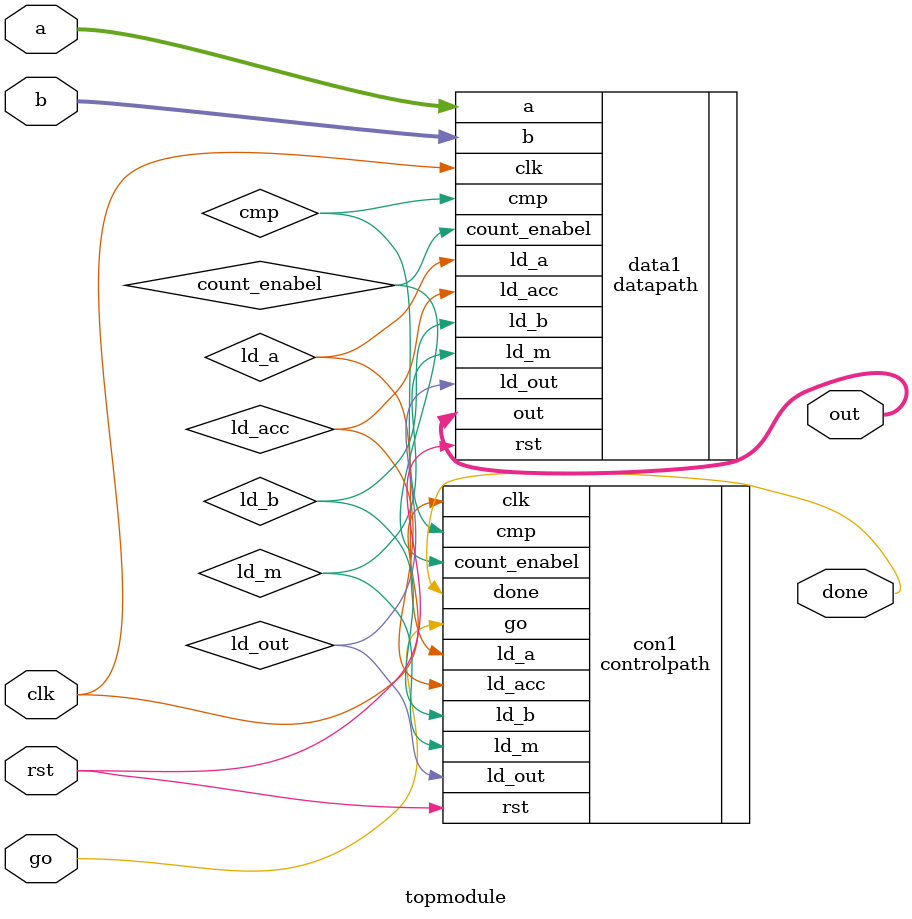
<source format=v>
`include "controlpath.v"
`include "datapath.v"
`timescale 1ns/1ps
module topmodule(
    input clk,rst,
    input[3:0]a,b,
    input go,
    output[11:0]out,
    output done
);
wire ld_a,ld_b,ld_m,ld_acc,ld_out,cmp,count_enabel;

datapath data1(
    .clk(clk),.rst(rst),.a(a),.b(b),.ld_a(ld_a),.ld_b(ld_b),.ld_m(ld_m),.ld_acc(ld_acc),.ld_out(ld_out),.count_enabel(count_enabel),.cmp(cmp),.out(out)
);
controlpath con1(.clk(clk),.rst(rst),.go(go),.ld_a(ld_a),.ld_b(ld_b),.ld_m(ld_m),.ld_acc(ld_acc),.ld_out(ld_out),.count_enabel(count_enabel),.cmp(cmp),.done(done)
);

endmodule
</source>
